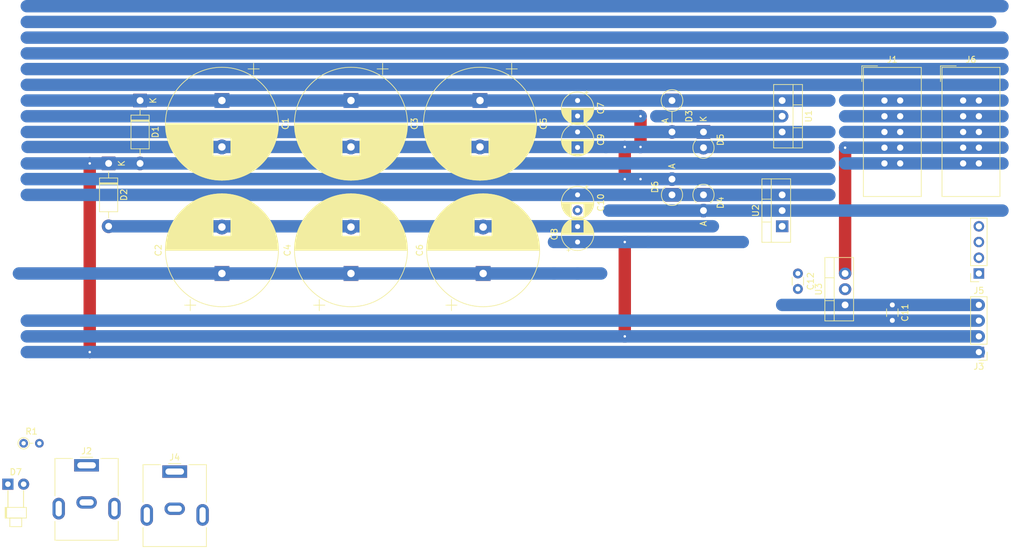
<source format=kicad_pcb>
(kicad_pcb (version 20171130) (host pcbnew 5.0.1)
  (layers (0 F.Cu signal) (31 B.Cu signal) (34 B.Paste user) (35 F.Paste user) (36 B.SilkS user) (37 F.SilkS user) (38 B.Mask user) (39 F.Mask user) (44 Edge.Cuts user))
  (net 0 "")
  (net 1 "Net-(C1-Pad1)")
  (net 2 "Net-(C2-Pad2)")
  (net 3 +12V)
  (net 4 "Net-(D7-Pad2)")
  (net 5 -15V)
  (net 6 +5V)
  (net 7 +15V)
  (net 8 "Net-(C11-Pad2)")
  (net 9 GND)
  (net 10 VDDA)
  (module Connector_PinSocket_2.54mm:PinSocket_1x04_P2.54mm_Vertical (layer F.Cu) (at 201.93 149.86 180)
    (fp_text reference J5 (at 0 -2.77 180) (layer F.SilkS))
    (fp_text value Conn_01x04_Male)
    (pad 1 thru_hole rect (at 0 0 180) (size 1.7 1.7) (drill 1) (layers *.Cu *.Mask) (net 7 +15V))
    (pad 2 thru_hole oval (at 0 2.54 180) (size 1.7 1.7) (drill 1) (layers *.Cu *.Mask) (net 5 -15V))
    (pad 3 thru_hole oval (at 0 5.08 180) (size 1.7 1.7) (drill 1) (layers *.Cu *.Mask) (net 9 GND))
    (pad 4 thru_hole oval (at 0 7.62 180) (size 1.7 1.7) (drill 1) (layers *.Cu *.Mask) (net 6 +5V))
  )
  (module Diode_THT:D_DO-41_SOD81_P2.54mm_Vertical_AnodeUp (layer F.Cu) (at 152.4 137.16 90)
    (fp_text reference D6 (at 1.27 -2.750635 90) (layer F.SilkS))
    (fp_text value 1N4004)
    (fp_text user A (at 4.64 0 90) (layer F.SilkS))
    (pad 1 thru_hole rect (at 0 0 90) (size 2.2 2.2) (drill 1.1) (layers *.Cu *.Mask) (net 9 GND))
    (pad 2 thru_hole oval (at 2.54 0 90) (size 2.2 2.2) (drill 1.1) (layers *.Cu *.Mask) (net 5 -15V))
  )
  (module Diode_THT:D_DO-41_SOD81_P2.54mm_Vertical_AnodeUp (layer F.Cu) (at 157.48 137.16 270)
    (fp_text reference D4 (at 1.27 -2.750635 270) (layer F.SilkS))
    (fp_text value 1N4004)
    (fp_text user A (at 4.64 0 270) (layer F.SilkS))
    (pad 1 thru_hole rect (at 0 0 270) (size 2.2 2.2) (drill 1.1) (layers *.Cu *.Mask) (net 5 -15V))
    (pad 2 thru_hole oval (at 2.54 0 270) (size 2.2 2.2) (drill 1.1) (layers *.Cu *.Mask) (net 2 "Net-(C2-Pad2)"))
  )
  (module Diode_THT:D_DO-41_SOD81_P5.08mm_Vertical_AnodeUp (layer F.Cu) (at 152.4 121.92 270)
    (fp_text reference D3 (at 2.54 -2.750635 270) (layer F.SilkS))
    (fp_text value 1N4004)
    (fp_text user A (at 3.28 1.1 270) (layer F.SilkS))
    (pad 1 thru_hole rect (at 0 0 270) (size 2.2 2.2) (drill 1.1) (layers *.Cu *.Mask) (net 1 "Net-(C1-Pad1)"))
    (pad 2 thru_hole oval (at 5.08 0 270) (size 2.2 2.2) (drill 1.1) (layers *.Cu *.Mask) (net 7 +15V))
  )
  (module Capacitor_THT:CP_Radial_D5.0mm_P2.50mm (layer F.Cu) (at 137.16 137.16 270)
    (fp_text reference C10 (at 1.25 -3.75 270) (layer F.SilkS))
    (fp_text value 1uF)
    (pad 1 thru_hole rect (at 0 0 270) (size 1.6 1.6) (drill 0.8) (layers *.Cu *.Mask) (net 9 GND))
    (pad 2 thru_hole circle (at 2.5 0 270) (size 1.6 1.6) (drill 0.8) (layers *.Cu *.Mask) (net 5 -15V))
  )
  (module Connector_PinHeader_2.54mm:PinHeader_1x04_P2.54mm_Vertical (layer F.Cu) (at 201.93 162.56 180)
    (fp_text reference J3 (at 0 -2.33 180) (layer F.SilkS))
    (fp_text value "Power Input")
    (pad 1 thru_hole rect (at 0 0 180) (size 1.7 1.7) (drill 1) (layers *.Cu *.Mask) (net 10 VDDA))
    (pad 2 thru_hole oval (at 0 2.54 180) (size 1.7 1.7) (drill 1) (layers *.Cu *.Mask) (net 9 GND))
    (pad 3 thru_hole oval (at 0 5.08 180) (size 1.7 1.7) (drill 1) (layers *.Cu *.Mask) (net 9 GND))
    (pad 4 thru_hole oval (at 0 7.62 180) (size 1.7 1.7) (drill 1) (layers *.Cu *.Mask) (net 3 +12V))
  )
  (module Capacitor_THT:CP_Radial_D5.0mm_P2.50mm (layer F.Cu) (at 137.16 144.78 90)
    (fp_text reference C8 (at 1.25 -3.75 90) (layer F.SilkS))
    (fp_text value 1uF)
    (pad 2 thru_hole circle (at 2.5 0 90) (size 1.6 1.6) (drill 0.8) (layers *.Cu *.Mask) (net 2 "Net-(C2-Pad2)"))
    (pad 1 thru_hole rect (at 0 0 90) (size 1.6 1.6) (drill 0.8) (layers *.Cu *.Mask) (net 9 GND))
  )
  (module Capacitor_THT:CP_Radial_D5.0mm_P2.50mm (layer F.Cu) (at 137.16 121.92 270)
    (fp_text reference C7 (at 1.25 -3.75 270) (layer F.SilkS))
    (fp_text value 1uF)
    (pad 1 thru_hole rect (at 0 0 270) (size 1.6 1.6) (drill 0.8) (layers *.Cu *.Mask) (net 1 "Net-(C1-Pad1)"))
    (pad 2 thru_hole circle (at 2.5 0 270) (size 1.6 1.6) (drill 0.8) (layers *.Cu *.Mask) (net 9 GND))
  )
  (module Connector_IDC:IDC-Header_2x05_P2.54mm_Vertical (layer F.Cu) (at 199.39 121.92)
    (fp_text reference J6 (at 1.27 -6.604) (layer F.SilkS))
    (fp_text value Conn_02x05_Odd_Even)
    (pad 10 thru_hole oval (at 2.54 10.16) (size 1.7272 1.7272) (drill 1.016) (layers *.Cu *.Mask) (net 5 -15V))
    (pad 9 thru_hole oval (at 0 10.16) (size 1.7272 1.7272) (drill 1.016) (layers *.Cu *.Mask) (net 5 -15V))
    (pad 8 thru_hole oval (at 2.54 7.62) (size 1.7272 1.7272) (drill 1.016) (layers *.Cu *.Mask) (net 6 +5V))
    (pad 7 thru_hole oval (at 0 7.62) (size 1.7272 1.7272) (drill 1.016) (layers *.Cu *.Mask) (net 6 +5V))
    (pad 6 thru_hole oval (at 2.54 5.08) (size 1.7272 1.7272) (drill 1.016) (layers *.Cu *.Mask) (net 9 GND))
    (pad 5 thru_hole oval (at 0 5.08) (size 1.7272 1.7272) (drill 1.016) (layers *.Cu *.Mask) (net 9 GND))
    (pad 4 thru_hole oval (at 2.54 2.54) (size 1.7272 1.7272) (drill 1.016) (layers *.Cu *.Mask) (net 9 GND))
    (pad 3 thru_hole oval (at 0 2.54) (size 1.7272 1.7272) (drill 1.016) (layers *.Cu *.Mask) (net 9 GND))
    (pad 2 thru_hole oval (at 2.54 0) (size 1.7272 1.7272) (drill 1.016) (layers *.Cu *.Mask) (net 7 +15V))
    (pad 1 thru_hole rect (at 0 0) (size 1.7272 1.7272) (drill 1.016) (layers *.Cu *.Mask) (net 7 +15V))
  )
  (module Connector_IDC:IDC-Header_2x05_P2.54mm_Vertical (layer F.Cu) (at 186.69 121.92)
    (fp_text reference J1 (at 1.27 -6.604) (layer F.SilkS))
    (fp_text value Conn_02x05_Odd_Even)
    (pad 1 thru_hole rect (at 0 0) (size 1.7272 1.7272) (drill 1.016) (layers *.Cu *.Mask) (net 7 +15V))
    (pad 2 thru_hole oval (at 2.54 0) (size 1.7272 1.7272) (drill 1.016) (layers *.Cu *.Mask) (net 7 +15V))
    (pad 3 thru_hole oval (at 0 2.54) (size 1.7272 1.7272) (drill 1.016) (layers *.Cu *.Mask) (net 9 GND))
    (pad 4 thru_hole oval (at 2.54 2.54) (size 1.7272 1.7272) (drill 1.016) (layers *.Cu *.Mask) (net 9 GND))
    (pad 5 thru_hole oval (at 0 5.08) (size 1.7272 1.7272) (drill 1.016) (layers *.Cu *.Mask) (net 9 GND))
    (pad 6 thru_hole oval (at 2.54 5.08) (size 1.7272 1.7272) (drill 1.016) (layers *.Cu *.Mask) (net 9 GND))
    (pad 7 thru_hole oval (at 0 7.62) (size 1.7272 1.7272) (drill 1.016) (layers *.Cu *.Mask) (net 6 +5V))
    (pad 8 thru_hole oval (at 2.54 7.62) (size 1.7272 1.7272) (drill 1.016) (layers *.Cu *.Mask) (net 6 +5V))
    (pad 9 thru_hole oval (at 0 10.16) (size 1.7272 1.7272) (drill 1.016) (layers *.Cu *.Mask) (net 5 -15V))
    (pad 10 thru_hole oval (at 2.54 10.16) (size 1.7272 1.7272) (drill 1.016) (layers *.Cu *.Mask) (net 5 -15V))
  )
  (module Diode_THT:D_DO-41_SOD81_P2.54mm_Vertical_KathodeUp (layer F.Cu) (at 157.48 127 270)
    (fp_text reference D5 (at 1.27 -2.750635 270) (layer F.SilkS))
    (fp_text value 1N4004)
    (fp_text user K (at -2.1 0 270) (layer F.SilkS))
    (pad 1 thru_hole rect (at 0 0 270) (size 2.2 2.2) (drill 1.1) (layers *.Cu *.Mask) (net 7 +15V))
    (pad 2 thru_hole oval (at 2.54 0 270) (size 2.2 2.2) (drill 1.1) (layers *.Cu *.Mask) (net 9 GND))
  )
  (module Capacitor_THT:CP_Radial_D18.0mm_P7.50mm (layer F.Cu) (at 79.756 121.92 270)
    (fp_text reference C1 (at 3.75 -10.25 270) (layer F.SilkS))
    (fp_text value 3300uF)
    (pad 2 thru_hole circle (at 7.5 0 270) (size 2.4 2.4) (drill 1.2) (layers *.Cu *.Mask) (net 9 GND))
    (pad 1 thru_hole rect (at 0 0 270) (size 2.4 2.4) (drill 1.2) (layers *.Cu *.Mask) (net 1 "Net-(C1-Pad1)"))
  )
  (module Capacitor_THT:CP_Radial_D18.0mm_P7.50mm (layer F.Cu) (at 79.756 149.86 90)
    (fp_text reference C2 (at 3.75 -10.25 90) (layer F.SilkS))
    (fp_text value 3300uF)
    (pad 2 thru_hole circle (at 7.5 0 90) (size 2.4 2.4) (drill 1.2) (layers *.Cu *.Mask) (net 2 "Net-(C2-Pad2)"))
    (pad 1 thru_hole rect (at 0 0 90) (size 2.4 2.4) (drill 1.2) (layers *.Cu *.Mask) (net 9 GND))
  )
  (module Capacitor_THT:CP_Radial_D18.0mm_P7.50mm (layer F.Cu) (at 100.584 121.92 270)
    (fp_text reference C3 (at 3.75 -10.25 270) (layer F.SilkS))
    (fp_text value 3300uF)
    (pad 1 thru_hole rect (at 0 0 270) (size 2.4 2.4) (drill 1.2) (layers *.Cu *.Mask) (net 1 "Net-(C1-Pad1)"))
    (pad 2 thru_hole circle (at 7.5 0 270) (size 2.4 2.4) (drill 1.2) (layers *.Cu *.Mask) (net 9 GND))
  )
  (module Capacitor_THT:CP_Radial_D18.0mm_P7.50mm (layer F.Cu) (at 100.584 149.86 90)
    (fp_text reference C4 (at 3.75 -10.25 90) (layer F.SilkS))
    (fp_text value 3300uF)
    (pad 1 thru_hole rect (at 0 0 90) (size 2.4 2.4) (drill 1.2) (layers *.Cu *.Mask) (net 9 GND))
    (pad 2 thru_hole circle (at 7.5 0 90) (size 2.4 2.4) (drill 1.2) (layers *.Cu *.Mask) (net 2 "Net-(C2-Pad2)"))
  )
  (module Capacitor_THT:CP_Radial_D18.0mm_P7.50mm (layer F.Cu) (at 121.412 121.92 270)
    (fp_text reference C5 (at 3.75 -10.25 270) (layer F.SilkS))
    (fp_text value 3300uF)
    (pad 2 thru_hole circle (at 7.5 0 270) (size 2.4 2.4) (drill 1.2) (layers *.Cu *.Mask) (net 9 GND))
    (pad 1 thru_hole rect (at 0 0 270) (size 2.4 2.4) (drill 1.2) (layers *.Cu *.Mask) (net 1 "Net-(C1-Pad1)"))
  )
  (module Capacitor_THT:CP_Radial_D18.0mm_P7.50mm (layer F.Cu) (at 121.92 149.86 90)
    (fp_text reference C6 (at 3.75 -10.25 90) (layer F.SilkS))
    (fp_text value 3300uF)
    (pad 1 thru_hole rect (at 0 0 90) (size 2.4 2.4) (drill 1.2) (layers *.Cu *.Mask) (net 9 GND))
    (pad 2 thru_hole circle (at 7.5 0 90) (size 2.4 2.4) (drill 1.2) (layers *.Cu *.Mask) (net 2 "Net-(C2-Pad2)"))
  )
  (module Capacitor_THT:CP_Radial_D5.0mm_P2.50mm (layer F.Cu) (at 137.16 127 270)
    (fp_text reference C9 (at 1.25 -3.75 270) (layer F.SilkS))
    (fp_text value 1uF)
    (pad 2 thru_hole circle (at 2.5 0 270) (size 1.6 1.6) (drill 0.8) (layers *.Cu *.Mask) (net 9 GND))
    (pad 1 thru_hole rect (at 0 0 270) (size 1.6 1.6) (drill 0.8) (layers *.Cu *.Mask) (net 7 +15V))
  )
  (module Capacitor_THT:C_Disc_D3.0mm_W1.6mm_P2.50mm (layer F.Cu) (at 187.96 154.94 270)
    (fp_text reference C11 (at 1.25 -2.05 270) (layer F.SilkS))
    (fp_text value 0.33)
    (pad 1 thru_hole circle (at 0 0 270) (size 1.6 1.6) (drill 0.8) (layers *.Cu *.Mask) (net 3 +12V))
    (pad 2 thru_hole circle (at 2.5 0 270) (size 1.6 1.6) (drill 0.8) (layers *.Cu *.Mask) (net 8 "Net-(C11-Pad2)"))
  )
  (module Capacitor_THT:C_Disc_D3.0mm_W1.6mm_P2.50mm (layer F.Cu) (at 172.72 149.86 270)
    (fp_text reference C12 (at 1.25 -2.05 270) (layer F.SilkS))
    (fp_text value 0.1)
    (pad 2 thru_hole circle (at 2.5 0 270) (size 1.6 1.6) (drill 0.8) (layers *.Cu *.Mask) (net 8 "Net-(C11-Pad2)"))
    (pad 1 thru_hole circle (at 0 0 270) (size 1.6 1.6) (drill 0.8) (layers *.Cu *.Mask) (net 6 +5V))
  )
  (module Diode_THT:D_DO-41_SOD81_P10.16mm_Horizontal (layer F.Cu) (at 66.548 121.92 270)
    (fp_text reference D1 (at 5.08 -2.47 270) (layer F.SilkS))
    (fp_text value 1N4004)
    (fp_text user K (at 0 -2.1 270) (layer F.SilkS))
    (pad 1 thru_hole rect (at 0 0 270) (size 2.2 2.2) (drill 1.1) (layers *.Cu *.Mask) (net 1 "Net-(C1-Pad1)"))
    (pad 2 thru_hole oval (at 10.16 0 270) (size 2.2 2.2) (drill 1.1) (layers *.Cu *.Mask) (net 10 VDDA))
  )
  (module Diode_THT:D_DO-41_SOD81_P10.16mm_Horizontal (layer F.Cu) (at 61.468 132.08 270)
    (fp_text reference D2 (at 5.08 -2.47 270) (layer F.SilkS))
    (fp_text value 1N4004)
    (fp_text user K (at 0 -2.1 270) (layer F.SilkS))
    (pad 2 thru_hole oval (at 10.16 0 270) (size 2.2 2.2) (drill 1.1) (layers *.Cu *.Mask) (net 2 "Net-(C2-Pad2)"))
    (pad 1 thru_hole rect (at 0 0 270) (size 2.2 2.2) (drill 1.1) (layers *.Cu *.Mask) (net 10 VDDA))
  )
  (module LED_THT:LED_D1.8mm_W1.8mm_H2.4mm_Horizontal_O3.81mm_Z1.6mm (layer F.Cu) (at 45.212 183.896)
    (fp_text reference D7 (at 1.27 -1.96) (layer F.SilkS))
    (fp_text value LED)
    (pad 1 thru_hole rect (at 0 0) (size 1.8 1.8) (drill 0.9) (layers *.Cu *.Mask) (net 6 +5V))
    (pad 2 thru_hole circle (at 2.54 0) (size 1.8 1.8) (drill 0.9) (layers *.Cu *.Mask) (net 4 "Net-(D7-Pad2)"))
  )
  (module Connector_BarrelJack:BarrelJack_CUI_PJ-063AH_Horizontal (layer F.Cu) (at 57.912 180.848)
    (fp_text reference J2 (at 0 -2.3) (layer F.SilkS))
    (fp_text value Barrel_Jack)
    (pad 1 thru_hole rect (at 0 0) (size 4 2) (drill oval 3 1) (layers *.Cu *.Mask) (net 7 +15V))
    (pad 2 thru_hole oval (at 0 6) (size 3.3 2) (drill oval 2.3 1) (layers *.Cu *.Mask) (net 5 -15V))
    (pad MP thru_hole oval (at -4.5 7) (size 2 3.5) (drill oval 1 2.5) (layers *.Cu *.Mask))
    (pad MP thru_hole oval (at 4.5 7) (size 2 3.5) (drill oval 1 2.5) (layers *.Cu *.Mask))
    (pad "" np_thru_hole circle (at 0 9) (size 1.6 1.6) (drill 1.6) (layers *.Cu *.Mask))
  )
  (module Connector_BarrelJack:BarrelJack_CUI_PJ-063AH_Horizontal (layer F.Cu) (at 72.136 181.864)
    (fp_text reference J4 (at 0 -2.3) (layer F.SilkS))
    (fp_text value Barrel_Jack)
    (pad "" np_thru_hole circle (at 0 9) (size 1.6 1.6) (drill 1.6) (layers *.Cu *.Mask))
    (pad MP thru_hole oval (at 4.5 7) (size 2 3.5) (drill oval 1 2.5) (layers *.Cu *.Mask))
    (pad MP thru_hole oval (at -4.5 7) (size 2 3.5) (drill oval 1 2.5) (layers *.Cu *.Mask))
    (pad 2 thru_hole oval (at 0 6) (size 3.3 2) (drill oval 2.3 1) (layers *.Cu *.Mask) (net 9 GND))
    (pad 1 thru_hole rect (at 0 0) (size 4 2) (drill oval 3 1) (layers *.Cu *.Mask) (net 3 +12V))
  )
  (module Resistor_THT:R_Axial_DIN0204_L3.6mm_D1.6mm_P2.54mm_Vertical (layer F.Cu) (at 47.752 177.292)
    (fp_text reference R1 (at 1.27 -1.92) (layer F.SilkS))
    (fp_text value R)
    (pad 1 thru_hole circle (at 0 0) (size 1.4 1.4) (drill 0.7) (layers *.Cu *.Mask) (net 4 "Net-(D7-Pad2)"))
    (pad 2 thru_hole oval (at 2.54 0) (size 1.4 1.4) (drill 0.7) (layers *.Cu *.Mask) (net 9 GND))
  )
  (module Package_TO_SOT_THT:TO-220-3_Vertical (layer F.Cu) (at 170.18 121.92 270)
    (fp_text reference U1 (at 2.54 -4.27 270) (layer F.SilkS))
    (fp_text value L7815)
    (pad 3 thru_hole oval (at 5.08 0 270) (size 1.905 2) (drill 1.1) (layers *.Cu *.Mask) (net 7 +15V))
    (pad 2 thru_hole oval (at 2.54 0 270) (size 1.905 2) (drill 1.1) (layers *.Cu *.Mask) (net 9 GND))
    (pad 1 thru_hole rect (at 0 0 270) (size 1.905 2) (drill 1.1) (layers *.Cu *.Mask) (net 1 "Net-(C1-Pad1)"))
  )
  (module Package_TO_SOT_THT:TO-220-3_Vertical (layer F.Cu) (at 170.18 142.24 90)
    (fp_text reference U2 (at 2.54 -4.27 90) (layer F.SilkS))
    (fp_text value L7915)
    (pad 1 thru_hole rect (at 0 0 90) (size 1.905 2) (drill 1.1) (layers *.Cu *.Mask) (net 9 GND))
    (pad 2 thru_hole oval (at 2.54 0 90) (size 1.905 2) (drill 1.1) (layers *.Cu *.Mask) (net 2 "Net-(C2-Pad2)"))
    (pad 3 thru_hole oval (at 5.08 0 90) (size 1.905 2) (drill 1.1) (layers *.Cu *.Mask) (net 5 -15V))
  )
  (module Package_TO_SOT_THT:TO-220-3_Vertical (layer F.Cu) (at 180.34 154.94 90)
    (fp_text reference U3 (at 2.54 -4.27 90) (layer F.SilkS))
    (fp_text value L7805)
    (pad 1 thru_hole rect (at 0 0 90) (size 1.905 2) (drill 1.1) (layers *.Cu *.Mask) (net 3 +12V))
    (pad 2 thru_hole oval (at 2.54 0 90) (size 1.905 2) (drill 1.1) (layers *.Cu *.Mask) (net 9 GND))
    (pad 3 thru_hole oval (at 5.08 0 90) (size 1.905 2) (drill 1.1) (layers *.Cu *.Mask) (net 6 +5V))
  )
  (segment (start 205.74 119.38) (end 48.26 119.38) (width 2) (layer B.Cu) (net 0))
  (segment (start 205.74 111.76) (end 48.26 111.76) (width 2) (layer B.Cu) (net 0))
  (segment (start 48.26 109.22) (end 203.771283 109.22) (width 2) (layer B.Cu) (net 0))
  (segment (start 205.74 106.68) (end 48.26 106.68) (width 2) (layer B.Cu) (net 0))
  (segment (start 66.548 121.92) (end 48.26 121.92) (width 2) (layer B.Cu) (net 1))
  (segment (start 66.548 121.92) (end 177.8 121.92) (width 2) (layer B.Cu) (net 1))
  (segment (start 61.468 142.24) (end 159.004 142.24) (width 2) (layer B.Cu) (net 2))
  (segment (start 142.24 139.7) (end 205.74 139.7) (width 2) (layer B.Cu) (net 2))
  (segment (start 201.93 154.94) (end 170.18 154.94) (width 2) (layer B.Cu) (net 3))
  (segment (start 141.732 129.42) (end 48.38 129.42) (width 2) (layer B.Cu) (net 5))
  (segment (start 141.732 129.42) (end 144.78 129.42) (width 2) (layer B.Cu) (net 5))
  (segment (start 147.32 124.46) (end 48.26 124.46) (width 2) (layer B.Cu) (net 5))
  (via (at 147.32 124.46) (size 2) (drill 0.4) (layers F.Cu B.Cu) (net 5))
  (via (at 147.32 129.42) (size 2) (drill 0.4) (layers F.Cu B.Cu) (net 5))
  (segment (start 147.32 124.46) (end 147.32 129.42) (width 2) (layer F.Cu) (net 5))
  (segment (start 152.4 134.62) (end 147.32 134.62) (width 2) (layer B.Cu) (net 5))
  (segment (start 144.78 129.42) (end 147.32 129.42) (width 2) (layer B.Cu) (net 5))
  (via (at 144.78 129.42) (size 2) (drill 0.4) (layers F.Cu B.Cu) (net 5))
  (via (at 144.78 134.62) (size 2) (drill 0.4) (layers F.Cu B.Cu) (net 5))
  (segment (start 144.78 129.42) (end 144.78 134.62) (width 2) (layer F.Cu) (net 5))
  (segment (start 147.32 134.62) (end 144.78 134.62) (width 2) (layer B.Cu) (net 5))
  (via (at 147.32 134.62) (size 2) (drill 0.4) (layers F.Cu B.Cu) (net 5))
  (segment (start 205.74 114.3) (end 48.26 114.3) (width 2) (layer B.Cu) (net 5))
  (segment (start 48.26 116.84) (end 205.74 116.84) (width 2) (layer B.Cu) (net 5))
  (segment (start 147.32 129.42) (end 177.68 129.42) (width 2) (layer B.Cu) (net 5))
  (segment (start 177.8 137.16) (end 48.26 137.16) (width 2) (layer B.Cu) (net 5))
  (segment (start 48.26 134.62) (end 177.8 134.62) (width 2) (layer B.Cu) (net 5))
  (segment (start 144.78 134.62) (end 48.26 134.62) (width 2) (layer B.Cu) (net 5))
  (segment (start 201.93 157.48) (end 48.26 157.48) (width 2) (layer B.Cu) (net 5))
  (segment (start 205.74 132.08) (end 180.34 132.08) (width 2) (layer B.Cu) (net 5))
  (segment (start 205.74 129.54) (end 180.34 129.54) (width 2) (layer B.Cu) (net 6))
  (segment (start 180.34 149.86) (end 180.34 129.54) (width 2) (layer F.Cu) (net 6))
  (segment (start 180.34 129.54) (end 180.34 129.54) (width 2) (layer B.Cu) (net 6))
  (via (at 180.34 129.54) (size 2) (drill 0.4) (layers F.Cu B.Cu) (net 6))
  (segment (start 48.26 127) (end 177.8 127) (width 2) (layer B.Cu) (net 7))
  (segment (start 205.74 121.92) (end 180.34 121.92) (width 2) (layer B.Cu) (net 7))
  (segment (start 79.756 149.86) (end 46.99 149.86) (width 2) (layer B.Cu) (net 9))
  (segment (start 137.16 149.86) (end 140.97 149.86) (width 2) (layer B.Cu) (net 9))
  (segment (start 79.756 149.86) (end 133.35 149.86) (width 2) (layer B.Cu) (net 9))
  (segment (start 133.35 149.86) (end 137.16 149.86) (width 2) (layer B.Cu) (net 9))
  (segment (start 133.35 144.78) (end 144.78 144.78) (width 2) (layer B.Cu) (net 9))
  (segment (start 163.83 144.78) (end 148.59 144.78) (width 2) (layer B.Cu) (net 9))
  (segment (start 201.93 160.02) (end 144.78 160.02) (width 2) (layer B.Cu) (net 9))
  (segment (start 144.78 144.78) (end 148.59 144.78) (width 2) (layer B.Cu) (net 9))
  (via (at 144.78 144.78) (size 2) (drill 0.4) (layers F.Cu B.Cu) (net 9))
  (segment (start 144.78 160.02) (end 48.26 160.02) (width 2) (layer B.Cu) (net 9))
  (via (at 144.78 160.02) (size 2) (drill 0.4) (layers F.Cu B.Cu) (net 9))
  (segment (start 144.78 144.78) (end 144.78 160.02) (width 2) (layer F.Cu) (net 9))
  (segment (start 170.18 124.46) (end 149.86 124.46) (width 2) (layer B.Cu) (net 9))
  (segment (start 205.74 124.46) (end 180.34 124.46) (width 2) (layer B.Cu) (net 9))
  (segment (start 205.74 127) (end 180.34 127) (width 2) (layer B.Cu) (net 9))
  (segment (start 61.468 132.08) (end 66.548 132.08) (width 2) (layer B.Cu) (net 10))
  (segment (start 61.468 132.08) (end 58.42 132.08) (width 2) (layer B.Cu) (net 10))
  (segment (start 201.93 162.56) (end 58.42 162.56) (width 2) (layer B.Cu) (net 10))
  (segment (start 58.42 132.08) (end 48.26 132.08) (width 2) (layer B.Cu) (net 10))
  (via (at 58.42 132.08) (size 2) (drill 0.4) (layers F.Cu B.Cu) (net 10))
  (segment (start 58.42 162.56) (end 48.26 162.56) (width 2) (layer B.Cu) (net 10))
  (via (at 58.42 162.56) (size 2) (drill 0.4) (layers F.Cu B.Cu) (net 10))
  (segment (start 58.42 132.08) (end 58.42 162.56) (width 2) (layer F.Cu) (net 10))
  (segment (start 66.548 132.08) (end 177.8 132.08) (width 2) (layer B.Cu) (net 10))
)
</source>
